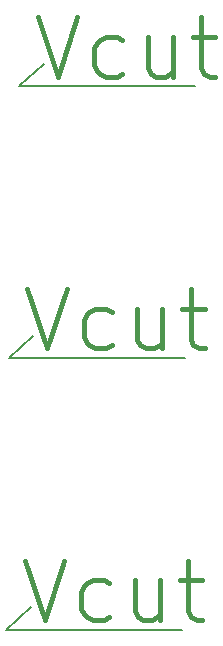
<source format=gbr>
%TF.GenerationSoftware,KiCad,Pcbnew,(5.1.9)-1*%
%TF.CreationDate,2021-08-15T16:36:55+08:00*%
%TF.ProjectId,final project,66696e61-6c20-4707-926f-6a6563742e6b,rev?*%
%TF.SameCoordinates,Original*%
%TF.FileFunction,Other,ECO2*%
%FSLAX46Y46*%
G04 Gerber Fmt 4.6, Leading zero omitted, Abs format (unit mm)*
G04 Created by KiCad (PCBNEW (5.1.9)-1) date 2021-08-15 16:36:55*
%MOMM*%
%LPD*%
G01*
G04 APERTURE LIST*
%ADD10C,0.150000*%
%ADD11C,0.400000*%
G04 APERTURE END LIST*
D10*
X145150000Y-99500000D02*
X130250000Y-99500000D01*
X130250000Y-99500000D02*
X132350000Y-97600000D01*
D11*
X131850000Y-93661904D02*
X133516666Y-98661904D01*
X135183333Y-93661904D01*
X138992857Y-98423809D02*
X138516666Y-98661904D01*
X137564285Y-98661904D01*
X137088095Y-98423809D01*
X136850000Y-98185714D01*
X136611904Y-97709523D01*
X136611904Y-96280952D01*
X136850000Y-95804761D01*
X137088095Y-95566666D01*
X137564285Y-95328571D01*
X138516666Y-95328571D01*
X138992857Y-95566666D01*
X143278571Y-95328571D02*
X143278571Y-98661904D01*
X141135714Y-95328571D02*
X141135714Y-97947619D01*
X141373809Y-98423809D01*
X141850000Y-98661904D01*
X142564285Y-98661904D01*
X143040476Y-98423809D01*
X143278571Y-98185714D01*
X144945238Y-95328571D02*
X146850000Y-95328571D01*
X145659523Y-93661904D02*
X145659523Y-97947619D01*
X145897619Y-98423809D01*
X146373809Y-98661904D01*
X146850000Y-98661904D01*
D10*
X145350000Y-76500000D02*
X130450000Y-76500000D01*
X130450000Y-76500000D02*
X132550000Y-74600000D01*
D11*
X132050000Y-70661904D02*
X133716666Y-75661904D01*
X135383333Y-70661904D01*
X139192857Y-75423809D02*
X138716666Y-75661904D01*
X137764285Y-75661904D01*
X137288095Y-75423809D01*
X137050000Y-75185714D01*
X136811904Y-74709523D01*
X136811904Y-73280952D01*
X137050000Y-72804761D01*
X137288095Y-72566666D01*
X137764285Y-72328571D01*
X138716666Y-72328571D01*
X139192857Y-72566666D01*
X143478571Y-72328571D02*
X143478571Y-75661904D01*
X141335714Y-72328571D02*
X141335714Y-74947619D01*
X141573809Y-75423809D01*
X142050000Y-75661904D01*
X142764285Y-75661904D01*
X143240476Y-75423809D01*
X143478571Y-75185714D01*
X145145238Y-72328571D02*
X147050000Y-72328571D01*
X145859523Y-70661904D02*
X145859523Y-74947619D01*
X146097619Y-75423809D01*
X146573809Y-75661904D01*
X147050000Y-75661904D01*
D10*
X131350000Y-53500000D02*
X133450000Y-51600000D01*
X146250000Y-53500000D02*
X131350000Y-53500000D01*
D11*
X132950000Y-47661904D02*
X134616666Y-52661904D01*
X136283333Y-47661904D01*
X140092857Y-52423809D02*
X139616666Y-52661904D01*
X138664285Y-52661904D01*
X138188095Y-52423809D01*
X137950000Y-52185714D01*
X137711904Y-51709523D01*
X137711904Y-50280952D01*
X137950000Y-49804761D01*
X138188095Y-49566666D01*
X138664285Y-49328571D01*
X139616666Y-49328571D01*
X140092857Y-49566666D01*
X144378571Y-49328571D02*
X144378571Y-52661904D01*
X142235714Y-49328571D02*
X142235714Y-51947619D01*
X142473809Y-52423809D01*
X142950000Y-52661904D01*
X143664285Y-52661904D01*
X144140476Y-52423809D01*
X144378571Y-52185714D01*
X146045238Y-49328571D02*
X147950000Y-49328571D01*
X146759523Y-47661904D02*
X146759523Y-51947619D01*
X146997619Y-52423809D01*
X147473809Y-52661904D01*
X147950000Y-52661904D01*
M02*

</source>
